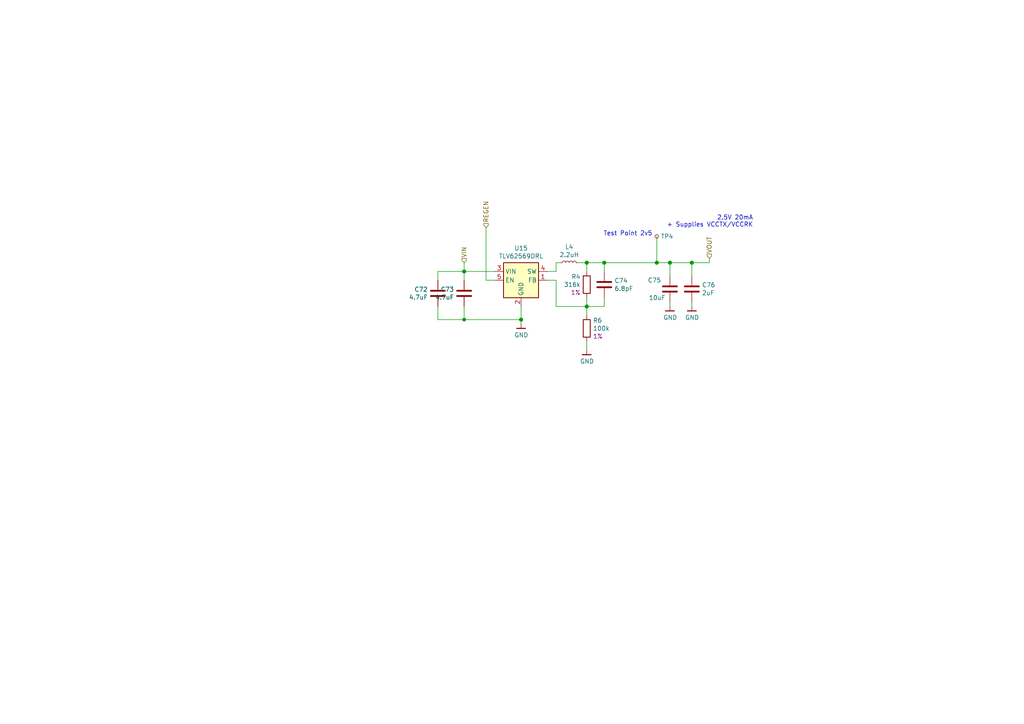
<source format=kicad_sch>
(kicad_sch (version 20211123) (generator eeschema)
  (paper "A4")
  (lib_symbols
    (symbol "Connector:TestPoint_Small" (pin_numbers hide) (pin_names (offset 0.762) hide)
      (property "Reference" "TP" (at 0 3.81 0))
      (property "Value" "TestPoint_Small" (at 0 2.032 0))
      (symbol "TestPoint_Small_0_1"
        (circle (center 0 0) (radius 0.508))
      )
      (symbol "TestPoint_Small_1_1"
        (pin passive line (at 0 0 90) (length 0) (name "1") (number "1"))
      )
    )
    (symbol "Device:C" (pin_numbers hide) (pin_names (offset 0.254))
      (property "Reference" "C" (at 0.635 2.54 0))
      (property "Value" "C" (at 0.635 -2.54 0))
      (symbol "C_0_1"
        (polyline (pts (xy -2.032 -0.762) (xy 2.032 -0.762)) (stroke (width 0.508)))
        (polyline (pts (xy -2.032 0.762) (xy 2.032 0.762)) (stroke (width 0.508)))
      )
      (symbol "C_1_1"
        (pin passive line (at 0 3.81 270) (length 2.794) (name "~") (number "1"))
        (pin passive line (at 0 -3.81 90) (length 2.794) (name "~") (number "2"))
      )
    )
    (symbol "Device:L_Small" (pin_numbers hide) (pin_names (offset 0.254) hide)
      (property "Reference" "L" (at 0.762 1.016 0))
      (property "Value" "L_Small" (at 0.762 -1.016 0))
      (symbol "L_Small_0_1"
        (arc (start 0 -2.032) (mid 0.508 -1.524) (end 0 -1.016))
        (arc (start 0 -1.016) (mid 0.508 -0.508) (end 0 0))
        (arc (start 0 0) (mid 0.508 0.508) (end 0 1.016))
        (arc (start 0 1.016) (mid 0.508 1.524) (end 0 2.032))
      )
      (symbol "L_Small_1_1"
        (pin passive line (at 0 2.54 270) (length 0.508) (name "~") (number "1"))
        (pin passive line (at 0 -2.54 90) (length 0.508) (name "~") (number "2"))
      )
    )
    (symbol "Device:R" (pin_numbers hide) (pin_names (offset 0))
      (property "Reference" "R" (at 2.032 0 90))
      (property "Value" "R" (at 0 0 90))
      (symbol "R_0_1"
        (rectangle (start -1.016 -2.54) (end 1.016 2.54) (stroke (width 0.254)))
      )
      (symbol "R_1_1"
        (pin passive line (at 0 3.81 270) (length 1.27) (name "~") (number "1"))
        (pin passive line (at 0 -3.81 90) (length 1.27) (name "~") (number "2"))
      )
    )
    (symbol "Device:R_9" (pin_numbers hide) (pin_names (offset 0))
      (property "Reference" "R" (at 2.032 0 90))
      (property "Value" "R" (at 0 0 90))
      (symbol "R_9_0_1"
        (rectangle (start -1.016 -2.54) (end 1.016 2.54) (stroke (width 0.254)))
      )
      (symbol "R_9_1_1"
        (pin passive line (at 0 3.81 270) (length 1.27) (name "~") (number "1"))
        (pin passive line (at 0 -3.81 90) (length 1.27) (name "~") (number "2"))
      )
    )
    (symbol "Regulator_Switching:TLV62569DRL"
      (property "Reference" "U" (at -5.08 6.35 0))
      (property "Value" "TLV62569DRL" (at 0 6.35 0))
      (symbol "TLV62569DRL_0_1"
        (rectangle (start -5.08 5.08) (end 5.08 -5.08) (stroke (width 0.254)) (fill (type background)))
      )
      (symbol "TLV62569DRL_1_1"
        (pin input line (at 7.62 0 180) (length 2.54) (name "FB") (number "1"))
        (pin power_in line (at 0 -7.62 90) (length 2.54) (name "GND") (number "2"))
        (pin power_in line (at -7.62 2.54 0) (length 2.54) (name "VIN") (number "3"))
        (pin power_out line (at 7.62 2.54 180) (length 2.54) (name "SW") (number "4"))
        (pin input line (at -7.62 0 0) (length 2.54) (name "EN") (number "5"))
        (pin no_connect line (at 5.08 -2.54 180) (length 2.54) hide (name "NC") (number "6"))
      )
    )
    (symbol "gkl_power:GND" (power) (pin_names (offset 0))
      (property "Value" "GND" (at 0 -2.54 0))
      (symbol "GND_0_1"
        (polyline (pts (xy 0 -1.27) (xy 0 0)))
        (polyline (pts (xy 1.27 -1.27) (xy -1.27 -1.27)) (stroke (width 0.3048)))
      )
      (symbol "GND_1_1"
        (pin power_in line (at 0 0 270) (length 0) hide (name "GND") (number "1"))
      )
    )
  )
  (junction (at 134.62 78.74) (diameter 1.016))
  (junction (at 170.18 88.9) (diameter 1.016))
  (junction (at 200.66 76.2) (diameter 1.016))
  (junction (at 175.26 76.2) (diameter 1.016))
  (junction (at 194.31 76.2) (diameter 1.016))
  (junction (at 134.62 92.71))
  (junction (at 151.13 92.71) (diameter 1.016))
  (junction (at 190.5 76.2) (diameter 1.016))
  (junction (at 170.18 76.2) (diameter 1.016))
  (wire (pts (xy 151.13 92.71) (xy 151.13 93.98)))
  (wire (pts (xy 200.66 87.63) (xy 200.66 88.9)))
  (wire (pts (xy 161.29 76.2) (xy 161.29 78.74)))
  (wire (pts (xy 134.62 78.74) (xy 134.62 81.28)))
  (wire (pts (xy 190.5 68.58) (xy 190.5 76.2)))
  (wire (pts (xy 190.5 76.2) (xy 194.31 76.2)))
  (wire (pts (xy 161.29 81.28) (xy 158.75 81.28)))
  (wire (pts (xy 161.29 78.74) (xy 158.75 78.74)))
  (wire (pts (xy 134.62 78.74) (xy 143.51 78.74)))
  (wire (pts (xy 140.97 66.04) (xy 140.97 81.28)))
  (wire (pts (xy 170.18 99.06) (xy 170.18 101.6)))
  (wire (pts (xy 134.62 88.9) (xy 134.62 92.71)))
  (wire (pts (xy 161.29 76.2) (xy 162.56 76.2)))
  (wire (pts (xy 175.26 86.36) (xy 175.26 88.9)))
  (wire (pts (xy 161.29 88.9) (xy 161.29 81.28)))
  (wire (pts (xy 170.18 86.36) (xy 170.18 88.9)))
  (wire (pts (xy 170.18 88.9) (xy 170.18 91.44)))
  (wire (pts (xy 151.13 88.9) (xy 151.13 92.71)))
  (wire (pts (xy 127 78.74) (xy 127 81.28)))
  (wire (pts (xy 170.18 88.9) (xy 161.29 88.9)))
  (wire (pts (xy 170.18 76.2) (xy 175.26 76.2)))
  (wire (pts (xy 170.18 76.2) (xy 170.18 78.74)))
  (wire (pts (xy 127 88.9) (xy 127 92.71)))
  (wire (pts (xy 194.31 80.01) (xy 194.31 76.2)))
  (wire (pts (xy 127 92.71) (xy 134.62 92.71)))
  (wire (pts (xy 200.66 76.2) (xy 200.66 80.01)))
  (wire (pts (xy 127 78.74) (xy 134.62 78.74)))
  (wire (pts (xy 175.26 76.2) (xy 175.26 78.74)))
  (wire (pts (xy 205.74 76.2) (xy 205.74 74.93)))
  (wire (pts (xy 167.64 76.2) (xy 170.18 76.2)))
  (wire (pts (xy 143.51 81.28) (xy 140.97 81.28)))
  (wire (pts (xy 134.62 92.71) (xy 151.13 92.71)))
  (wire (pts (xy 134.62 76.2) (xy 134.62 78.74)))
  (wire (pts (xy 175.26 76.2) (xy 190.5 76.2)))
  (wire (pts (xy 194.31 76.2) (xy 200.66 76.2)))
  (wire (pts (xy 194.31 87.63) (xy 194.31 88.9)))
  (wire (pts (xy 200.66 76.2) (xy 205.74 76.2)))
  (wire (pts (xy 175.26 88.9) (xy 170.18 88.9)))
  (text "Test Point 2v5" (at 189.23 68.58 180) (effects (font (size 1.27 1.27)) (justify right bottom)))
  (text "2.5V 20mA\n+ Supplies VCCTX/VCCRK" (at 218.44 66.04 180) (effects (font (size 1.27 1.27)) (justify right bottom)))
  (hierarchical_label "VIN" (shape input) (at 134.62 76.2 90))
  (hierarchical_label "REGEN" (shape input) (at 140.97 66.04 90))
  (hierarchical_label "VOUT" (shape input) (at 205.74 74.93 90))
  (symbol (lib_id "Connector:TestPoint_Small") (at 190.5 68.58 0)
    (property "Reference" "TP4" (at 191.6431 68.58 0) (effects (justify left)))
    (property "Value" "TestPoint_Small" (effects hide))
    (property "Footprint" "TestPoint:TestPoint_THTPad_D1.0mm_Drill0.5mm" (effects hide))
    (property "PN" "DNP" (effects hide))
  )
  (symbol (lib_id "gkl_power:GND") (at 170.18 101.6 0)
    (property "Reference" "#PWR0197" (effects hide))
    (property "Value" "GND" (at 170.2562 104.8004 0))
  )
  (symbol (lib_id "gkl_power:GND") (at 151.13 93.98 0)
    (property "Reference" "#PWR0198" (effects hide))
    (property "Value" "GND" (at 151.2062 97.1804 0))
  )
  (symbol (lib_id "Device:C") (at 127 85.09 0) (mirror y)
    (property "Reference" "C72" (at 124.079 83.947 0) (effects (justify left)))
    (property "Value" "4.7uF" (at 124.079 86.233 0) (effects (justify left)))
    (property "Footprint" "Capacitor_SMD:C_0402_1005Metric" (effects hide))
    (property "Mfg" "Yageo" (effects hide))
    (property "PN" "CC0402KRX5R6BB475" (effects hide))
  )
  (symbol (lib_id "Device:C") (at 134.62 85.09 0) (mirror y)
    (property "Reference" "C73" (at 131.699 83.947 0) (effects (justify left)))
    (property "Value" "4.7uF" (at 131.699 86.233 0) (effects (justify left)))
    (property "Footprint" "Capacitor_SMD:C_0402_1005Metric" (effects hide))
    (property "Mfg" "Yageo" (effects hide))
    (property "PN" "CC0402KRX5R6BB475" (effects hide))
  )
  (symbol (lib_id "Device:C") (at 194.31 83.82 0)
    (property "Reference" "C75" (at 191.77 81.28 0) (effects (justify right)))
    (property "Value" "10uF" (at 193.04 86.36 0) (effects (justify right)))
    (property "Footprint" "Capacitor_SMD:C_0603_1608Metric" (effects hide))
    (property "Mfg" "Yageo" (effects hide))
    (property "PN" "CC0603KRX5R5BB106" (effects hide))
  )
  (symbol (lib_id "Regulator_Switching:TLV62569DRL") (at 151.13 81.28 0)
    (property "Reference" "U15" (at 151.13 71.9898 0))
    (property "Value" "TLV62569DRL" (at 151.13 74.2885 0))
    (property "Footprint" "Package_TO_SOT_SMD:SOT-563" (effects hide))
    (property "Datasheet" "http://www.ti.com/lit/ds/symlink/tlv62569.pdf" (effects hide))
    (property "Mfg" "Texas Instruments" (effects hide))
    (property "PN" "TLV62569DRLR" (effects hide))
  )
  (symbol (lib_name "Device:R_9") (lib_id "Device:R") (at 170.18 95.25 180)
    (property "Reference" "R6" (at 171.9581 92.9513 0) (effects (justify right)))
    (property "Value" "100k" (at 171.9581 95.25 0) (effects (justify right)))
    (property "Footprint" "Resistor_SMD:R_0402_1005Metric" (effects hide))
    (property "PN" "RC0402FR-07100KL" (effects hide))
    (property "Mfg" "Yageo" (effects hide))
    (property "Tol" "1%" (at 171.9581 97.5487 0) (effects (justify right)))
  )
  (symbol (lib_id "gkl_power:GND") (at 194.31 88.9 0)
    (property "Reference" "#PWR0200" (effects hide))
    (property "Value" "GND" (at 194.3862 92.1004 0))
  )
  (symbol (lib_id "Device:L_Small") (at 165.1 76.2 90)
    (property "Reference" "L4" (at 165.1 71.6088 90))
    (property "Value" "2.2uH" (at 165.1 73.9075 90))
    (property "Footprint" "Inductor_SMD:L_0805_2012Metric" (effects hide))
    (property "Mfg" "Sunltech Tech" (effects hide))
    (property "PN" "SLM20122R2MIT" (effects hide))
  )
  (symbol (lib_id "gkl_power:GND") (at 200.66 88.9 0)
    (property "Reference" "#PWR0199" (effects hide))
    (property "Value" "GND" (at 200.7362 92.1004 0))
  )
  (symbol (lib_id "Device:R") (at 170.18 82.55 180)
    (property "Reference" "R4" (at 168.402 80.2513 0) (effects (justify left)))
    (property "Value" "316k" (at 168.402 82.55 0) (effects (justify left)))
    (property "Footprint" "Resistor_SMD:R_0402_1005Metric" (effects hide))
    (property "PN" "RC0402FR-07316KL" (effects hide))
    (property "Mfg" "Yageo" (effects hide))
    (property "Tol" "1%" (at 168.402 84.8487 0) (effects (justify left)))
  )
  (symbol (lib_id "Device:C") (at 200.66 83.82 0)
    (property "Reference" "C76" (at 203.581 82.6516 0) (effects (justify left)))
    (property "Value" "2uF" (at 203.581 84.963 0) (effects (justify left)))
    (property "Footprint" "Capacitor_SMD:C_0402_1005Metric" (effects hide))
    (property "PN" "CC0402KRX5R6BB105" (effects hide))
    (property "Mfg" "Yageo" (effects hide))
  )
  (symbol (lib_id "Device:C") (at 175.26 82.55 0)
    (property "Reference" "C74" (at 178.1811 81.4006 0) (effects (justify left)))
    (property "Value" "6.8pF" (at 178.1811 83.6993 0) (effects (justify left)))
    (property "Footprint" "Capacitor_SMD:C_0402_1005Metric" (effects hide))
    (property "Mfg" "Yageo" (effects hide))
    (property "PN" "CC0402CRNPO9BN6R8" (effects hide))
  )
)
</source>
